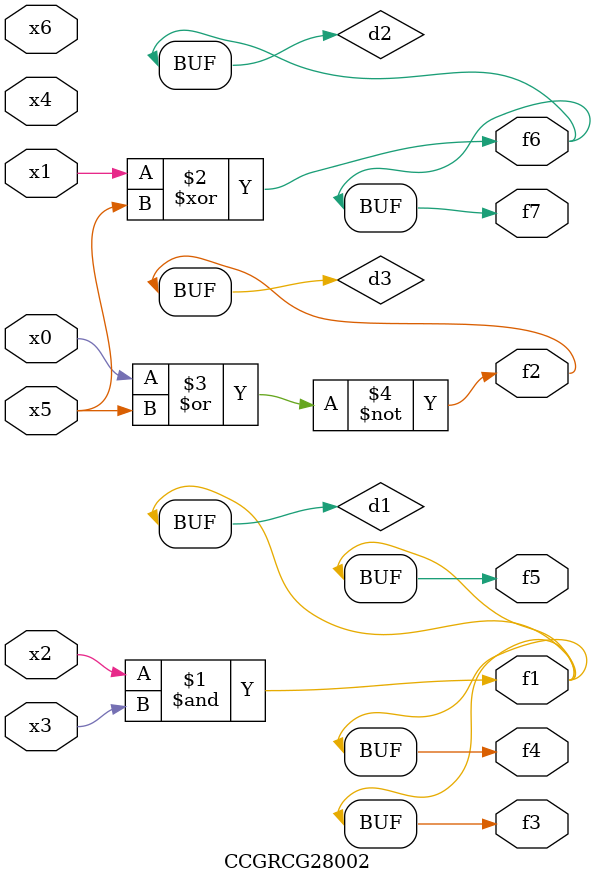
<source format=v>
module CCGRCG28002(
	input x0, x1, x2, x3, x4, x5, x6,
	output f1, f2, f3, f4, f5, f6, f7
);

	wire d1, d2, d3;

	and (d1, x2, x3);
	xor (d2, x1, x5);
	nor (d3, x0, x5);
	assign f1 = d1;
	assign f2 = d3;
	assign f3 = d1;
	assign f4 = d1;
	assign f5 = d1;
	assign f6 = d2;
	assign f7 = d2;
endmodule

</source>
